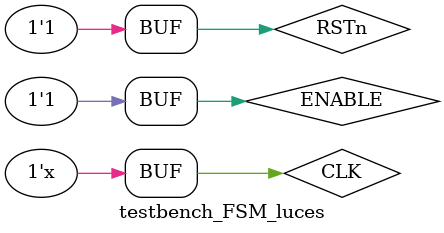
<source format=v>
/**
    En este módulo planteamos la realización de un  testbench sobre el módulo
    "FSM_luces.v", módulo en el cual se realiza en sí lo que sería el 
    desplazamiento de los leds bien a derechas o bien a izquierdas.
**/

`timescale 1ns/100ps // Cuanto es el paso de la simulación (siempre igual)

module testbench_FSM_luces();
	localparam T = 20;
    
    reg CLK, RSTn, ENABLE;
    wire [7:0] LEDG;

    FSM_luces luces(
        .CLK(CLK),
        .RSTn(RSTn),
        .ENABLE(ENABLE),
        .LEDG(LEDG)
    );

    // Generamos el clock -->
	always #(T/2) CLK = ~CLK ; // Cada medio periodo cambiamos clk de 1 a 0 y vicev

    // Test procedure (Lo que vamos a hacer para probarlo)
    initial begin
        // Empezamos reiniciando
		CLK = 0;
		RSTn = 0;
        ENABLE = 0;
        // Desconectamos el reset
        #(T*2) RSTn = 1;
        // Habilitamos enable
        ENABLE = 1;
    end

endmodule

</source>
